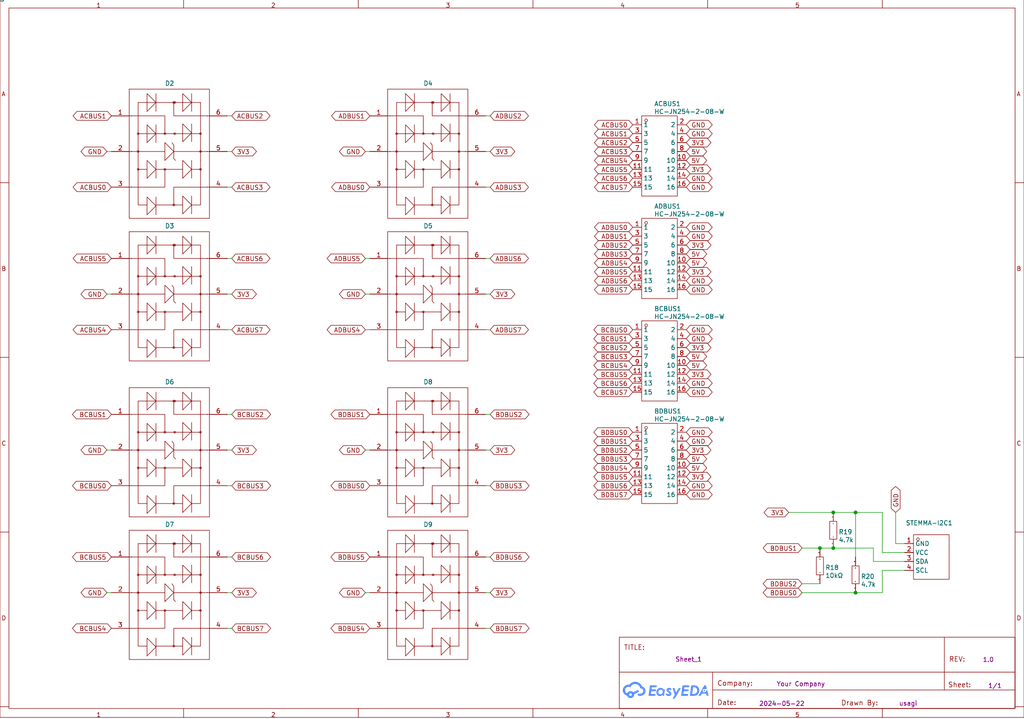
<source format=kicad_sch>
(kicad_sch (version 20231120) (generator "eeschema") (generator_version "8.0")
  (paper "User" 291.846 204.953)
  (lib_symbols
    (symbol "X1 Expande-easyedapro:10kΩ"
      (property "Reference" "R?" (at 0 0 0))
      (symbol "10kΩ_1_0"
        (pin input line (at -5.08 0 0) (length 2.54) (name "1") (number "1"))
        (pin input line (at 5.08 0 180) (length 2.54) (name "2") (number "2"))
      )
    )
    (symbol "X1 Expande-easyedapro:4.7k"
      (property "Reference" "R?" (at 0 0 0))
      (symbol "4.7k_1_0"
        (pin input line (at -5.08 0 0) (length 2.54) (name "1") (number "1"))
        (pin input line (at 5.08 0 180) (length 2.54) (name "2") (number "2"))
      )
    )
    (symbol "X1 Expande-easyedapro:A_A4"
      (symbol "A_A4_1_0"
        (text "1" (at 27.432 -204.6732 0) (effects (font (size 1.2192 1.2192)) (justify left bottom)))
        (text "1" (at 27.432 -2.4892 0) (effects (font (size 1.2192 1.2192)) (justify left bottom)))
        (text "2" (at 77.216 -204.6732 0) (effects (font (size 1.2192 1.2192)) (justify left bottom)))
        (text "2" (at 77.216 -2.4892 0) (effects (font (size 1.2192 1.2192)) (justify left bottom)))
        (text "3" (at 127 -204.6732 0) (effects (font (size 1.2192 1.2192)) (justify left bottom)))
        (text "3" (at 127 -2.4892 0) (effects (font (size 1.2192 1.2192)) (justify left bottom)))
        (text "4" (at 176.784 -204.6732 0) (effects (font (size 1.2192 1.2192)) (justify left bottom)))
        (text "4" (at 176.784 -2.4892 0) (effects (font (size 1.2192 1.2192)) (justify left bottom)))
        (text "5" (at 226.568 -204.6732 0) (effects (font (size 1.2192 1.2192)) (justify left bottom)))
        (text "5" (at 226.568 -2.4892 0) (effects (font (size 1.2192 1.2192)) (justify left bottom)))
        (text "A" (at 0.381 -27.7622 0) (effects (font (size 1.2192 1.2192)) (justify left bottom)))
        (text "A" (at 289.687 -27.7622 0) (effects (font (size 1.2192 1.2192)) (justify left bottom)))
        (text "B" (at 0.381 -77.5462 0) (effects (font (size 1.2192 1.2192)) (justify left bottom)))
        (text "B" (at 289.687 -77.5462 0) (effects (font (size 1.2192 1.2192)) (justify left bottom)))
        (text "C" (at 0.381 -127.3302 0) (effects (font (size 1.2192 1.2192)) (justify left bottom)))
        (text "C" (at 289.687 -127.3302 0) (effects (font (size 1.2192 1.2192)) (justify left bottom)))
        (text "Company:" (at 204.3684 -195.7832 0) (effects (font (size 1.397 1.397)) (justify left bottom)))
        (text "D" (at 0.381 -177.1142 0) (effects (font (size 1.2192 1.2192)) (justify left bottom)))
        (text "D" (at 289.687 -177.1142 0) (effects (font (size 1.2192 1.2192)) (justify left bottom)))
        (text "Date:" (at 204.3684 -201.295 0) (effects (font (size 1.397 1.397)) (justify left bottom)))
        (text "Drawn By:" (at 239.6744 -201.3712 0) (effects (font (size 1.397 1.397)) (justify left bottom)))
        (text "REV:" (at 270.4084 -188.9252 0) (effects (font (size 1.397 1.397)) (justify left bottom)))
        (text "Sheet:" (at 270.1544 -196.215 0) (effects (font (size 1.397 1.397)) (justify left bottom)))
        (text "TITLE:" (at 177.7746 -185.547 0) (effects (font (size 1.397 1.397)) (justify left bottom)))
      )
    )
    (symbol "X1 Expande-easyedapro:HC-JN254-2-08-W"
      (property "Reference" "ACBUS?" (at 0 0 0))
      (symbol "HC-JN254-2-08-W_1_0"
        (pin unspecified line (at -7.62 8.89 0) (length 2.54) (name "1") (number "1"))
        (pin unspecified line (at 7.62 -1.27 180) (length 2.54) (name "10") (number "10"))
        (pin unspecified line (at -7.62 -3.81 0) (length 2.54) (name "11") (number "11"))
        (pin unspecified line (at 7.62 -3.81 180) (length 2.54) (name "12") (number "12"))
        (pin unspecified line (at -7.62 -6.35 0) (length 2.54) (name "13") (number "13"))
        (pin unspecified line (at 7.62 -6.35 180) (length 2.54) (name "14") (number "14"))
        (pin unspecified line (at -7.62 -8.89 0) (length 2.54) (name "15") (number "15"))
        (pin unspecified line (at 7.62 -8.89 180) (length 2.54) (name "16") (number "16"))
        (pin unspecified line (at 7.62 8.89 180) (length 2.54) (name "2") (number "2"))
        (pin unspecified line (at -7.62 6.35 0) (length 2.54) (name "3") (number "3"))
        (pin unspecified line (at 7.62 6.35 180) (length 2.54) (name "4") (number "4"))
        (pin unspecified line (at -7.62 3.81 0) (length 2.54) (name "5") (number "5"))
        (pin unspecified line (at 7.62 3.81 180) (length 2.54) (name "6") (number "6"))
        (pin unspecified line (at -7.62 1.27 0) (length 2.54) (name "7") (number "7"))
        (pin unspecified line (at 7.62 1.27 180) (length 2.54) (name "8") (number "8"))
        (pin unspecified line (at -7.62 -1.27 0) (length 2.54) (name "9") (number "9"))
      )
    )
    (symbol "X1 Expande-easyedapro:S4B-PH-KL(LF)(SN)"
      (property "Reference" "STEMMA-I?C?" (at 0 0 0))
      (symbol "S4B-PH-KL(LF)(SN)_1_0"
        (pin unspecified line (at -5.08 2.54 0) (length 2.54) (name "GND") (number "1"))
        (pin unspecified line (at -5.08 0 0) (length 2.54) (name "VCC") (number "2"))
        (pin unspecified line (at -5.08 -2.54 0) (length 2.54) (name "SDA") (number "3"))
        (pin unspecified line (at -5.08 -5.08 0) (length 2.54) (name "SCL") (number "4"))
      )
    )
    (symbol "X1 Expande-easyedapro:SRV05-4.TCT_C2687126"
      (property "Reference" "D?" (at 0 0 0))
      (symbol "SRV05-4.TCT_C2687126_1_0"
        (pin input line (at -10.16 -16.51 90) (length 5.08) (name "1") (number "1"))
        (pin input line (at 0 -16.51 90) (length 5.08) (name "2") (number "2"))
        (pin input line (at 10.16 -16.51 90) (length 5.08) (name "3") (number "3"))
        (pin input line (at 10.16 16.51 270) (length 5.08) (name "4") (number "4"))
        (pin input line (at 0 16.51 270) (length 5.08) (name "5") (number "5"))
        (pin input line (at -10.16 16.51 270) (length 5.08) (name "6") (number "6"))
      )
    )
  )
  (junction (at 243.84 168.91))
  (junction (at 237.49 146.05))
  (junction (at 237.49 156.21))
  (junction (at 243.84 146.05))
  (junction (at 233.68 156.21))
  (wire (pts (xy 66.04 33.02) (xy 64.77 33.02)))
  (wire (pts (xy 66.04 138.43) (xy 64.77 138.43)))
  (wire (pts (xy 30.48 83.82) (xy 31.75 83.82)))
  (wire (pts (xy 104.14 83.82) (xy 105.41 83.82)))
  (wire (pts (xy 251.46 157.48) (xy 251.46 146.05)))
  (wire (pts (xy 251.46 168.91) (xy 243.84 168.91)))
  (wire (pts (xy 104.14 43.18) (xy 105.41 43.18)))
  (wire (pts (xy 104.14 73.66) (xy 105.41 73.66)))
  (wire (pts (xy 66.04 128.27) (xy 64.77 128.27)))
  (wire (pts (xy 251.46 162.56) (xy 251.46 168.91)))
  (wire (pts (xy 224.79 146.05) (xy 237.49 146.05)))
  (wire (pts (xy 66.04 118.11) (xy 64.77 118.11)))
  (wire (pts (xy 66.04 83.82) (xy 64.77 83.82)))
  (wire (pts (xy 66.04 53.34) (xy 64.77 53.34)))
  (wire (pts (xy 243.84 146.05) (xy 243.84 158.75)))
  (wire (pts (xy 139.7 53.34) (xy 138.43 53.34)))
  (wire (pts (xy 104.14 93.98) (xy 105.41 93.98)))
  (wire (pts (xy 30.48 43.18) (xy 31.75 43.18)))
  (wire (pts (xy 257.81 154.94) (xy 255.27 154.94)))
  (wire (pts (xy 30.48 128.27) (xy 31.75 128.27)))
  (wire (pts (xy 139.7 33.02) (xy 138.43 33.02)))
  (wire (pts (xy 139.7 43.18) (xy 138.43 43.18)))
  (wire (pts (xy 139.7 93.98) (xy 138.43 93.98)))
  (wire (pts (xy 139.7 118.11) (xy 138.43 118.11)))
  (wire (pts (xy 139.7 138.43) (xy 138.43 138.43)))
  (wire (pts (xy 139.7 179.07) (xy 138.43 179.07)))
  (wire (pts (xy 66.04 73.66) (xy 64.77 73.66)))
  (wire (pts (xy 237.49 156.21) (xy 233.68 156.21)))
  (wire (pts (xy 66.04 93.98) (xy 64.77 93.98)))
  (wire (pts (xy 228.6 166.37) (xy 233.68 166.37)))
  (wire (pts (xy 66.04 43.18) (xy 64.77 43.18)))
  (wire (pts (xy 66.04 179.07) (xy 64.77 179.07)))
  (wire (pts (xy 104.14 128.27) (xy 105.41 128.27)))
  (wire (pts (xy 248.92 156.21) (xy 237.49 156.21)))
  (wire (pts (xy 104.14 168.91) (xy 105.41 168.91)))
  (wire (pts (xy 257.81 160.02) (xy 248.92 160.02)))
  (wire (pts (xy 257.81 157.48) (xy 251.46 157.48)))
  (wire (pts (xy 30.48 168.91) (xy 31.75 168.91)))
  (wire (pts (xy 139.7 128.27) (xy 138.43 128.27)))
  (wire (pts (xy 66.04 168.91) (xy 64.77 168.91)))
  (wire (pts (xy 139.7 73.66) (xy 138.43 73.66)))
  (wire (pts (xy 257.81 162.56) (xy 251.46 162.56)))
  (wire (pts (xy 139.7 158.75) (xy 138.43 158.75)))
  (wire (pts (xy 66.04 158.75) (xy 64.77 158.75)))
  (wire (pts (xy 251.46 146.05) (xy 243.84 146.05)))
  (wire (pts (xy 139.7 168.91) (xy 138.43 168.91)))
  (wire (pts (xy 255.27 154.94) (xy 255.27 146.05)))
  (wire (pts (xy 233.68 156.21) (xy 228.6 156.21)))
  (wire (pts (xy 243.84 168.91) (xy 228.6 168.91)))
  (wire (pts (xy 248.92 160.02) (xy 248.92 156.21)))
  (wire (pts (xy 139.7 83.82) (xy 138.43 83.82)))
  (wire (pts (xy 237.49 146.05) (xy 243.84 146.05)))
  (global_label "ADBUS1" (shape bidirectional) (at 105.41 33.02 180) (property "Intersheetrefs" "${INTERSHEET_REFS}" (effects (hide yes))))
  (global_label "GND" (shape bidirectional) (at 195.58 53.34 0) (property "Intersheetrefs" "${INTERSHEET_REFS}" (effects (hide yes))))
  (global_label "GND" (shape bidirectional) (at 195.58 93.98 0) (property "Intersheetrefs" "${INTERSHEET_REFS}" (effects (hide yes))))
  (global_label "ADBUS3" (shape bidirectional) (at 139.7 53.34 0) (property "Intersheetrefs" "${INTERSHEET_REFS}" (effects (hide yes))))
  (global_label "GND" (shape bidirectional) (at 30.48 168.91 180) (property "Intersheetrefs" "${INTERSHEET_REFS}" (effects (hide yes))))
  (global_label "BCBUS1" (shape bidirectional) (at 31.75 118.11 180) (property "Intersheetrefs" "${INTERSHEET_REFS}" (effects (hide yes))))
  (global_label "3V3" (shape bidirectional) (at 139.7 128.27 0) (property "Intersheetrefs" "${INTERSHEET_REFS}" (effects (hide yes))))
  (global_label "BDBUS1" (shape bidirectional) (at 180.34 125.73 180) (property "Intersheetrefs" "${INTERSHEET_REFS}" (effects (hide yes))))
  (global_label "BCBUS6" (shape bidirectional) (at 66.04 158.75 0) (property "Intersheetrefs" "${INTERSHEET_REFS}" (effects (hide yes))))
  (global_label "ADBUS5" (shape bidirectional) (at 180.34 77.47 180) (property "Intersheetrefs" "${INTERSHEET_REFS}" (effects (hide yes))))
  (global_label "ACBUS3" (shape bidirectional) (at 180.34 43.18 180) (property "Intersheetrefs" "${INTERSHEET_REFS}" (effects (hide yes))))
  (global_label "BDBUS0" (shape bidirectional) (at 180.34 123.19 180) (property "Intersheetrefs" "${INTERSHEET_REFS}" (effects (hide yes))))
  (global_label "5V" (shape bidirectional) (at 195.58 130.81 0) (property "Intersheetrefs" "${INTERSHEET_REFS}" (effects (hide yes))))
  (global_label "BCBUS3" (shape bidirectional) (at 66.04 138.43 0) (property "Intersheetrefs" "${INTERSHEET_REFS}" (effects (hide yes))))
  (global_label "ADBUS6" (shape bidirectional) (at 180.34 80.01 180) (property "Intersheetrefs" "${INTERSHEET_REFS}" (effects (hide yes))))
  (global_label "GND" (shape bidirectional) (at 30.48 43.18 180) (property "Intersheetrefs" "${INTERSHEET_REFS}" (effects (hide yes))))
  (global_label "ACBUS3" (shape bidirectional) (at 66.04 53.34 0) (property "Intersheetrefs" "${INTERSHEET_REFS}" (effects (hide yes))))
  (global_label "BDBUS2" (shape bidirectional) (at 228.6 166.37 180) (property "Intersheetrefs" "${INTERSHEET_REFS}" (effects (hide yes))))
  (global_label "BDBUS2" (shape bidirectional) (at 139.7 118.11 0) (property "Intersheetrefs" "${INTERSHEET_REFS}" (effects (hide yes))))
  (global_label "BDBUS5" (shape bidirectional) (at 105.41 158.75 180) (property "Intersheetrefs" "${INTERSHEET_REFS}" (effects (hide yes))))
  (global_label "3V3" (shape bidirectional) (at 195.58 48.26 0) (property "Intersheetrefs" "${INTERSHEET_REFS}" (effects (hide yes))))
  (global_label "ACBUS2" (shape bidirectional) (at 180.34 40.64 180) (property "Intersheetrefs" "${INTERSHEET_REFS}" (effects (hide yes))))
  (global_label "GND" (shape bidirectional) (at 195.58 67.31 0) (property "Intersheetrefs" "${INTERSHEET_REFS}" (effects (hide yes))))
  (global_label "BDBUS4" (shape bidirectional) (at 180.34 133.35 180) (property "Intersheetrefs" "${INTERSHEET_REFS}" (effects (hide yes))))
  (global_label "GND" (shape bidirectional) (at 195.58 96.52 0) (property "Intersheetrefs" "${INTERSHEET_REFS}" (effects (hide yes))))
  (global_label "BDBUS2" (shape bidirectional) (at 180.34 128.27 180) (property "Intersheetrefs" "${INTERSHEET_REFS}" (effects (hide yes))))
  (global_label "ADBUS5" (shape bidirectional) (at 104.14 73.66 180) (property "Intersheetrefs" "${INTERSHEET_REFS}" (effects (hide yes))))
  (global_label "BCBUS0" (shape bidirectional) (at 31.75 138.43 180) (property "Intersheetrefs" "${INTERSHEET_REFS}" (effects (hide yes))))
  (global_label "GND" (shape bidirectional) (at 195.58 35.56 0) (property "Intersheetrefs" "${INTERSHEET_REFS}" (effects (hide yes))))
  (global_label "3V3" (shape bidirectional) (at 195.58 40.64 0) (property "Intersheetrefs" "${INTERSHEET_REFS}" (effects (hide yes))))
  (global_label "GND" (shape bidirectional) (at 195.58 109.22 0) (property "Intersheetrefs" "${INTERSHEET_REFS}" (effects (hide yes))))
  (global_label "5V" (shape bidirectional) (at 195.58 74.93 0) (property "Intersheetrefs" "${INTERSHEET_REFS}" (effects (hide yes))))
  (global_label "3V3" (shape bidirectional) (at 195.58 77.47 0) (property "Intersheetrefs" "${INTERSHEET_REFS}" (effects (hide yes))))
  (global_label "BDBUS7" (shape bidirectional) (at 180.34 140.97 180) (property "Intersheetrefs" "${INTERSHEET_REFS}" (effects (hide yes))))
  (global_label "ADBUS0" (shape bidirectional) (at 180.34 64.77 180) (property "Intersheetrefs" "${INTERSHEET_REFS}" (effects (hide yes))))
  (global_label "GND" (shape bidirectional) (at 255.27 146.05 90) (property "Intersheetrefs" "${INTERSHEET_REFS}" (effects (hide yes))))
  (global_label "BDBUS6" (shape bidirectional) (at 139.7 158.75 0) (property "Intersheetrefs" "${INTERSHEET_REFS}" (effects (hide yes))))
  (global_label "5V" (shape bidirectional) (at 195.58 43.18 0) (property "Intersheetrefs" "${INTERSHEET_REFS}" (effects (hide yes))))
  (global_label "ADBUS1" (shape bidirectional) (at 180.34 67.31 180) (property "Intersheetrefs" "${INTERSHEET_REFS}" (effects (hide yes))))
  (global_label "ACBUS0" (shape bidirectional) (at 31.75 53.34 180) (property "Intersheetrefs" "${INTERSHEET_REFS}" (effects (hide yes))))
  (global_label "GND" (shape bidirectional) (at 195.58 111.76 0) (property "Intersheetrefs" "${INTERSHEET_REFS}" (effects (hide yes))))
  (global_label "BDBUS5" (shape bidirectional) (at 180.34 135.89 180) (property "Intersheetrefs" "${INTERSHEET_REFS}" (effects (hide yes))))
  (global_label "ACBUS7" (shape bidirectional) (at 66.04 93.98 0) (property "Intersheetrefs" "${INTERSHEET_REFS}" (effects (hide yes))))
  (global_label "BCBUS7" (shape bidirectional) (at 66.04 179.07 0) (property "Intersheetrefs" "${INTERSHEET_REFS}" (effects (hide yes))))
  (global_label "ACBUS0" (shape bidirectional) (at 180.34 35.56 180) (property "Intersheetrefs" "${INTERSHEET_REFS}" (effects (hide yes))))
  (global_label "GND" (shape bidirectional) (at 195.58 123.19 0) (property "Intersheetrefs" "${INTERSHEET_REFS}" (effects (hide yes))))
  (global_label "BCBUS5" (shape bidirectional) (at 31.75 158.75 180) (property "Intersheetrefs" "${INTERSHEET_REFS}" (effects (hide yes))))
  (global_label "BDBUS6" (shape bidirectional) (at 180.34 138.43 180) (property "Intersheetrefs" "${INTERSHEET_REFS}" (effects (hide yes))))
  (global_label "ACBUS6" (shape bidirectional) (at 180.34 50.8 180) (property "Intersheetrefs" "${INTERSHEET_REFS}" (effects (hide yes))))
  (global_label "GND" (shape bidirectional) (at 104.14 128.27 180) (property "Intersheetrefs" "${INTERSHEET_REFS}" (effects (hide yes))))
  (global_label "BCBUS0" (shape bidirectional) (at 180.34 93.98 180) (property "Intersheetrefs" "${INTERSHEET_REFS}" (effects (hide yes))))
  (global_label "GND" (shape bidirectional) (at 195.58 138.43 0) (property "Intersheetrefs" "${INTERSHEET_REFS}" (effects (hide yes))))
  (global_label "BCBUS2" (shape bidirectional) (at 180.34 99.06 180) (property "Intersheetrefs" "${INTERSHEET_REFS}" (effects (hide yes))))
  (global_label "GND" (shape bidirectional) (at 195.58 80.01 0) (property "Intersheetrefs" "${INTERSHEET_REFS}" (effects (hide yes))))
  (global_label "BDBUS1" (shape bidirectional) (at 105.41 118.11 180) (property "Intersheetrefs" "${INTERSHEET_REFS}" (effects (hide yes))))
  (global_label "GND" (shape bidirectional) (at 104.14 43.18 180) (property "Intersheetrefs" "${INTERSHEET_REFS}" (effects (hide yes))))
  (global_label "BCBUS7" (shape bidirectional) (at 180.34 111.76 180) (property "Intersheetrefs" "${INTERSHEET_REFS}" (effects (hide yes))))
  (global_label "ACBUS2" (shape bidirectional) (at 66.04 33.02 0) (property "Intersheetrefs" "${INTERSHEET_REFS}" (effects (hide yes))))
  (global_label "ADBUS3" (shape bidirectional) (at 180.34 72.39 180) (property "Intersheetrefs" "${INTERSHEET_REFS}" (effects (hide yes))))
  (global_label "GND" (shape bidirectional) (at 195.58 140.97 0) (property "Intersheetrefs" "${INTERSHEET_REFS}" (effects (hide yes))))
  (global_label "5V" (shape bidirectional) (at 195.58 104.14 0) (property "Intersheetrefs" "${INTERSHEET_REFS}" (effects (hide yes))))
  (global_label "ACBUS4" (shape bidirectional) (at 31.75 93.98 180) (property "Intersheetrefs" "${INTERSHEET_REFS}" (effects (hide yes))))
  (global_label "ADBUS4" (shape bidirectional) (at 180.34 74.93 180) (property "Intersheetrefs" "${INTERSHEET_REFS}" (effects (hide yes))))
  (global_label "BDBUS3" (shape bidirectional) (at 180.34 130.81 180) (property "Intersheetrefs" "${INTERSHEET_REFS}" (effects (hide yes))))
  (global_label "3V3" (shape bidirectional) (at 195.58 135.89 0) (property "Intersheetrefs" "${INTERSHEET_REFS}" (effects (hide yes))))
  (global_label "ACBUS5" (shape bidirectional) (at 180.34 48.26 180) (property "Intersheetrefs" "${INTERSHEET_REFS}" (effects (hide yes))))
  (global_label "ADBUS2" (shape bidirectional) (at 180.34 69.85 180) (property "Intersheetrefs" "${INTERSHEET_REFS}" (effects (hide yes))))
  (global_label "5V" (shape bidirectional) (at 195.58 101.6 0) (property "Intersheetrefs" "${INTERSHEET_REFS}" (effects (hide yes))))
  (global_label "GND" (shape bidirectional) (at 195.58 38.1 0) (property "Intersheetrefs" "${INTERSHEET_REFS}" (effects (hide yes))))
  (global_label "3V3" (shape bidirectional) (at 66.04 83.82 0) (property "Intersheetrefs" "${INTERSHEET_REFS}" (effects (hide yes))))
  (global_label "3V3" (shape bidirectional) (at 66.04 168.91 0) (property "Intersheetrefs" "${INTERSHEET_REFS}" (effects (hide yes))))
  (global_label "GND" (shape bidirectional) (at 30.48 83.82 180) (property "Intersheetrefs" "${INTERSHEET_REFS}" (effects (hide yes))))
  (global_label "5V" (shape bidirectional) (at 195.58 133.35 0) (property "Intersheetrefs" "${INTERSHEET_REFS}" (effects (hide yes))))
  (global_label "5V" (shape bidirectional) (at 195.58 72.39 0) (property "Intersheetrefs" "${INTERSHEET_REFS}" (effects (hide yes))))
  (global_label "3V3" (shape bidirectional) (at 195.58 106.68 0) (property "Intersheetrefs" "${INTERSHEET_REFS}" (effects (hide yes))))
  (global_label "BDBUS0" (shape bidirectional) (at 105.41 138.43 180) (property "Intersheetrefs" "${INTERSHEET_REFS}" (effects (hide yes))))
  (global_label "GND" (shape bidirectional) (at 30.48 128.27 180) (property "Intersheetrefs" "${INTERSHEET_REFS}" (effects (hide yes))))
  (global_label "BCBUS5" (shape bidirectional) (at 180.34 106.68 180) (property "Intersheetrefs" "${INTERSHEET_REFS}" (effects (hide yes))))
  (global_label "ACBUS4" (shape bidirectional) (at 180.34 45.72 180) (property "Intersheetrefs" "${INTERSHEET_REFS}" (effects (hide yes))))
  (global_label "GND" (shape bidirectional) (at 195.58 82.55 0) (property "Intersheetrefs" "${INTERSHEET_REFS}" (effects (hide yes))))
  (global_label "BDBUS4" (shape bidirectional) (at 105.41 179.07 180) (property "Intersheetrefs" "${INTERSHEET_REFS}" (effects (hide yes))))
  (global_label "BCBUS6" (shape bidirectional) (at 180.34 109.22 180) (property "Intersheetrefs" "${INTERSHEET_REFS}" (effects (hide yes))))
  (global_label "GND" (shape bidirectional) (at 195.58 64.77 0) (property "Intersheetrefs" "${INTERSHEET_REFS}" (effects (hide yes))))
  (global_label "BDBUS0" (shape bidirectional) (at 228.6 168.91 180) (property "Intersheetrefs" "${INTERSHEET_REFS}" (effects (hide yes))))
  (global_label "3V3" (shape bidirectional) (at 139.7 43.18 0) (property "Intersheetrefs" "${INTERSHEET_REFS}" (effects (hide yes))))
  (global_label "BCBUS4" (shape bidirectional) (at 31.75 179.07 180) (property "Intersheetrefs" "${INTERSHEET_REFS}" (effects (hide yes))))
  (global_label "ADBUS6" (shape bidirectional) (at 139.7 73.66 0) (property "Intersheetrefs" "${INTERSHEET_REFS}" (effects (hide yes))))
  (global_label "GND" (shape bidirectional) (at 195.58 125.73 0) (property "Intersheetrefs" "${INTERSHEET_REFS}" (effects (hide yes))))
  (global_label "ADBUS0" (shape bidirectional) (at 105.41 53.34 180) (property "Intersheetrefs" "${INTERSHEET_REFS}" (effects (hide yes))))
  (global_label "BCBUS4" (shape bidirectional) (at 180.34 104.14 180) (property "Intersheetrefs" "${INTERSHEET_REFS}" (effects (hide yes))))
  (global_label "GND" (shape bidirectional) (at 195.58 50.8 0) (property "Intersheetrefs" "${INTERSHEET_REFS}" (effects (hide yes))))
  (global_label "BDBUS7" (shape bidirectional) (at 139.7 179.07 0) (property "Intersheetrefs" "${INTERSHEET_REFS}" (effects (hide yes))))
  (global_label "ACBUS5" (shape bidirectional) (at 31.75 73.66 180) (property "Intersheetrefs" "${INTERSHEET_REFS}" (effects (hide yes))))
  (global_label "3V3" (shape bidirectional) (at 139.7 168.91 0) (property "Intersheetrefs" "${INTERSHEET_REFS}" (effects (hide yes))))
  (global_label "3V3" (shape bidirectional) (at 66.04 128.27 0) (property "Intersheetrefs" "${INTERSHEET_REFS}" (effects (hide yes))))
  (global_label "BCBUS1" (shape bidirectional) (at 180.34 96.52 180) (property "Intersheetrefs" "${INTERSHEET_REFS}" (effects (hide yes))))
  (global_label "3V3" (shape bidirectional) (at 195.58 99.06 0) (property "Intersheetrefs" "${INTERSHEET_REFS}" (effects (hide yes))))
  (global_label "5V" (shape bidirectional) (at 195.58 45.72 0) (property "Intersheetrefs" "${INTERSHEET_REFS}" (effects (hide yes))))
  (global_label "ACBUS7" (shape bidirectional) (at 180.34 53.34 180) (property "Intersheetrefs" "${INTERSHEET_REFS}" (effects (hide yes))))
  (global_label "3V3" (shape bidirectional) (at 224.79 146.05 180) (property "Intersheetrefs" "${INTERSHEET_REFS}" (effects (hide yes))))
  (global_label "BDBUS1" (shape bidirectional) (at 228.6 156.21 180) (property "Intersheetrefs" "${INTERSHEET_REFS}" (effects (hide yes))))
  (global_label "ACBUS1" (shape bidirectional) (at 31.75 33.02 180) (property "Intersheetrefs" "${INTERSHEET_REFS}" (effects (hide yes))))
  (global_label "BCBUS2" (shape bidirectional) (at 66.04 118.11 0) (property "Intersheetrefs" "${INTERSHEET_REFS}" (effects (hide yes))))
  (global_label "ACBUS6" (shape bidirectional) (at 66.04 73.66 0) (property "Intersheetrefs" "${INTERSHEET_REFS}" (effects (hide yes))))
  (global_label "BCBUS3" (shape bidirectional) (at 180.34 101.6 180) (property "Intersheetrefs" "${INTERSHEET_REFS}" (effects (hide yes))))
  (global_label "ADBUS4" (shape bidirectional) (at 104.14 93.98 180) (property "Intersheetrefs" "${INTERSHEET_REFS}" (effects (hide yes))))
  (global_label "3V3" (shape bidirectional) (at 139.7 83.82 0) (property "Intersheetrefs" "${INTERSHEET_REFS}" (effects (hide yes))))
  (global_label "GND" (shape bidirectional) (at 104.14 83.82 180) (property "Intersheetrefs" "${INTERSHEET_REFS}" (effects (hide yes))))
  (global_label "BDBUS3" (shape bidirectional) (at 139.7 138.43 0) (property "Intersheetrefs" "${INTERSHEET_REFS}" (effects (hide yes))))
  (global_label "ADBUS7" (shape bidirectional) (at 180.34 82.55 180) (property "Intersheetrefs" "${INTERSHEET_REFS}" (effects (hide yes))))
  (global_label "ADBUS7" (shape bidirectional) (at 139.7 93.98 0) (property "Intersheetrefs" "${INTERSHEET_REFS}" (effects (hide yes))))
  (global_label "ADBUS2" (shape bidirectional) (at 139.7 33.02 0) (property "Intersheetrefs" "${INTERSHEET_REFS}" (effects (hide yes))))
  (global_label "ACBUS1" (shape bidirectional) (at 180.34 38.1 180) (property "Intersheetrefs" "${INTERSHEET_REFS}" (effects (hide yes))))
  (global_label "GND" (shape bidirectional) (at 104.14 168.91 180) (property "Intersheetrefs" "${INTERSHEET_REFS}" (effects (hide yes))))
  (global_label "3V3" (shape bidirectional) (at 66.04 43.18 0) (property "Intersheetrefs" "${INTERSHEET_REFS}" (effects (hide yes))))
  (global_label "3V3" (shape bidirectional) (at 195.58 69.85 0) (property "Intersheetrefs" "${INTERSHEET_REFS}" (effects (hide yes))))
  (global_label "3V3" (shape bidirectional) (at 195.58 128.27 0) (property "Intersheetrefs" "${INTERSHEET_REFS}" (effects (hide yes))))
  (symbol (lib_id "X1 Expande-easyedapro:HC-JN254-2-08-W") (at 187.96 132.08 0) (unit 1)
    (property "Reference" "BDBUS1" (at 186.436 117.9322 0) (effects (justify left bottom)))
    (property "Value" "HC-JN254-2-08-W" (at 186.436 120.1674 0) (effects (justify left bottom)))
    (property "Footprint" "X1 Expande-easyedapro:HDR-TH_16P-P2.54-H-F-R2-C8-W9.0" (effects (hide yes)))
    (property "Add into BOM" "yes" (effects (hide yes)))
    (property "Convert to PCB" "yes" (effects (hide yes)))
    (property "JLCPCB Part Class" "Extended Part" (effects (hide yes)))
    (property "Manufacturer" "HCTL(华灿天禄)" (effects (hide yes)))
    (property "Manufacturer Part" "HC-JN254-2-08-W" (effects (hide yes)))
    (property "Origin Footprint" "HDR-TH_16P-P2.54-H-F-R2-C8-W9.0" (effects (hide yes)))
    (property "Supplier" "LCSC" (effects (hide yes)))
    (property "Supplier Part" "C5372877" (effects (hide yes)))
  )
  (symbol (lib_id "X1 Expande-easyedapro:SRV05-4.TCT_C2687126") (at 48.26 83.82 270) (unit 1)
    (property "Reference" "D3" (at 46.99 65.1256 90) (effects (justify left bottom)))
    (property "Value" "SRV05-4.TCT_C2687126" (effects (hide yes)))
    (property "Footprint" "X1 Expande-easyedapro:SOT-23-6_L2.9-W1.6-P0.95-LS2.8-BL" (effects (hide yes)))
    (property "Add into BOM" "yes" (effects (hide yes)))
    (property "Convert to PCB" "yes" (effects (hide yes)))
    (property "JLCPCB Part Class" "Extended Part" (effects (hide yes)))
    (property "Manufacturer" "UMW(友台半导体)" (effects (hide yes)))
    (property "Manufacturer Part" "SRV05-4.TCT" (effects (hide yes)))
    (property "Origin Footprint" "SOT-23-6_L2.9-W1.6-P0.95-LS2.8-BL" (effects (hide yes)))
    (property "Supplier" "LCSC" (effects (hide yes)))
    (property "Supplier Part" "C2687126" (effects (hide yes)))
  )
  (symbol (lib_id "X1 Expande-easyedapro:A_A4") (at 0 -0.254 0) (unit 1) (in_bom no) (on_board no)
    (property "Reference" "P3" (at 0 -0.254 0))
    (property "Value" "A_A4" (effects (hide yes)))
    (property "Footprint" "X1 Expande-easyedapro:" (effects (hide yes)))
    (property "@Project Name" "Sheet_1" (at 192.4304 188.6204 0) (effects (justify left bottom)))
    (property "Add into BOM" "yes" (effects (hide yes)))
    (property "Company" "Your Company" (at 221.2848 195.6308 0) (effects (justify left bottom)))
    (property "Convert to PCB" "yes" (effects (hide yes)))
    (property "Date" "2024-05-22" (at 216.3064 201.2442 0) (effects (justify left bottom)))
    (property "Draw By" "usagi" (at 256.1844 201.168 0) (effects (justify left bottom)))
    (property "REV" "1.0" (at 280.0604 188.722 0) (effects (justify left bottom)))
    (property "Sheet" "1/1" (at 281.5844 196.1642 0) (effects (justify left bottom)))
  )
  (symbol (lib_id "X1 Expande-easyedapro:HC-JN254-2-08-W") (at 187.96 73.66 0) (unit 1)
    (property "Reference" "ADBUS1" (at 186.436 59.5122 0) (effects (justify left bottom)))
    (property "Value" "HC-JN254-2-08-W" (at 186.436 61.7474 0) (effects (justify left bottom)))
    (property "Footprint" "X1 Expande-easyedapro:HDR-TH_16P-P2.54-H-F-R2-C8-W9.0" (effects (hide yes)))
    (property "Add into BOM" "yes" (effects (hide yes)))
    (property "Convert to PCB" "yes" (effects (hide yes)))
    (property "JLCPCB Part Class" "Extended Part" (effects (hide yes)))
    (property "Manufacturer" "HCTL(华灿天禄)" (effects (hide yes)))
    (property "Manufacturer Part" "HC-JN254-2-08-W" (effects (hide yes)))
    (property "Origin Footprint" "HDR-TH_16P-P2.54-H-F-R2-C8-W9.0" (effects (hide yes)))
    (property "Supplier" "LCSC" (effects (hide yes)))
    (property "Supplier Part" "C5372877" (effects (hide yes)))
  )
  (symbol (lib_id "X1 Expande-easyedapro:SRV05-4.TCT_C2687126") (at 121.92 83.82 270) (unit 1)
    (property "Reference" "D5" (at 120.65 65.1256 90) (effects (justify left bottom)))
    (property "Value" "SRV05-4.TCT_C2687126" (effects (hide yes)))
    (property "Footprint" "X1 Expande-easyedapro:SOT-23-6_L2.9-W1.6-P0.95-LS2.8-BL" (effects (hide yes)))
    (property "Add into BOM" "yes" (effects (hide yes)))
    (property "Convert to PCB" "yes" (effects (hide yes)))
    (property "JLCPCB Part Class" "Extended Part" (effects (hide yes)))
    (property "Manufacturer" "UMW(友台半导体)" (effects (hide yes)))
    (property "Manufacturer Part" "SRV05-4.TCT" (effects (hide yes)))
    (property "Origin Footprint" "SOT-23-6_L2.9-W1.6-P0.95-LS2.8-BL" (effects (hide yes)))
    (property "Supplier" "LCSC" (effects (hide yes)))
    (property "Supplier Part" "C2687126" (effects (hide yes)))
  )
  (symbol (lib_id "X1 Expande-easyedapro:HC-JN254-2-08-W") (at 187.96 102.87 0) (unit 1)
    (property "Reference" "BCBUS1" (at 186.436 88.7222 0) (effects (justify left bottom)))
    (property "Value" "HC-JN254-2-08-W" (at 186.436 90.9574 0) (effects (justify left bottom)))
    (property "Footprint" "X1 Expande-easyedapro:HDR-TH_16P-P2.54-H-F-R2-C8-W9.0" (effects (hide yes)))
    (property "Add into BOM" "yes" (effects (hide yes)))
    (property "Convert to PCB" "yes" (effects (hide yes)))
    (property "JLCPCB Part Class" "Extended Part" (effects (hide yes)))
    (property "Manufacturer" "HCTL(华灿天禄)" (effects (hide yes)))
    (property "Manufacturer Part" "HC-JN254-2-08-W" (effects (hide yes)))
    (property "Origin Footprint" "HDR-TH_16P-P2.54-H-F-R2-C8-W9.0" (effects (hide yes)))
    (property "Supplier" "LCSC" (effects (hide yes)))
    (property "Supplier Part" "C5372877" (effects (hide yes)))
  )
  (symbol (lib_id "X1 Expande-easyedapro:SRV05-4.TCT_C2687126") (at 48.26 128.27 270) (unit 1)
    (property "Reference" "D6" (at 46.99 109.5756 90) (effects (justify left bottom)))
    (property "Value" "SRV05-4.TCT_C2687126" (effects (hide yes)))
    (property "Footprint" "X1 Expande-easyedapro:SOT-23-6_L2.9-W1.6-P0.95-LS2.8-BL" (effects (hide yes)))
    (property "Add into BOM" "yes" (effects (hide yes)))
    (property "Convert to PCB" "yes" (effects (hide yes)))
    (property "JLCPCB Part Class" "Extended Part" (effects (hide yes)))
    (property "Manufacturer" "UMW(友台半导体)" (effects (hide yes)))
    (property "Manufacturer Part" "SRV05-4.TCT" (effects (hide yes)))
    (property "Origin Footprint" "SOT-23-6_L2.9-W1.6-P0.95-LS2.8-BL" (effects (hide yes)))
    (property "Supplier" "LCSC" (effects (hide yes)))
    (property "Supplier Part" "C2687126" (effects (hide yes)))
  )
  (symbol (lib_id "X1 Expande-easyedapro:SRV05-4.TCT_C2687126") (at 121.92 128.27 270) (unit 1)
    (property "Reference" "D8" (at 120.65 109.5756 90) (effects (justify left bottom)))
    (property "Value" "SRV05-4.TCT_C2687126" (effects (hide yes)))
    (property "Footprint" "X1 Expande-easyedapro:SOT-23-6_L2.9-W1.6-P0.95-LS2.8-BL" (effects (hide yes)))
    (property "Add into BOM" "yes" (effects (hide yes)))
    (property "Convert to PCB" "yes" (effects (hide yes)))
    (property "JLCPCB Part Class" "Extended Part" (effects (hide yes)))
    (property "Manufacturer" "UMW(友台半导体)" (effects (hide yes)))
    (property "Manufacturer Part" "SRV05-4.TCT" (effects (hide yes)))
    (property "Origin Footprint" "SOT-23-6_L2.9-W1.6-P0.95-LS2.8-BL" (effects (hide yes)))
    (property "Supplier" "LCSC" (effects (hide yes)))
    (property "Supplier Part" "C2687126" (effects (hide yes)))
  )
  (symbol (lib_id "X1 Expande-easyedapro:SRV05-4.TCT_C2687126") (at 48.26 168.91 270) (unit 1)
    (property "Reference" "D7" (at 46.99 150.2156 90) (effects (justify left bottom)))
    (property "Value" "SRV05-4.TCT_C2687126" (effects (hide yes)))
    (property "Footprint" "X1 Expande-easyedapro:SOT-23-6_L2.9-W1.6-P0.95-LS2.8-BL" (effects (hide yes)))
    (property "Add into BOM" "yes" (effects (hide yes)))
    (property "Convert to PCB" "yes" (effects (hide yes)))
    (property "JLCPCB Part Class" "Extended Part" (effects (hide yes)))
    (property "Manufacturer" "UMW(友台半导体)" (effects (hide yes)))
    (property "Manufacturer Part" "SRV05-4.TCT" (effects (hide yes)))
    (property "Origin Footprint" "SOT-23-6_L2.9-W1.6-P0.95-LS2.8-BL" (effects (hide yes)))
    (property "Supplier" "LCSC" (effects (hide yes)))
    (property "Supplier Part" "C2687126" (effects (hide yes)))
  )
  (symbol (lib_id "X1 Expande-easyedapro:SRV05-4.TCT_C2687126") (at 121.92 168.91 270) (unit 1)
    (property "Reference" "D9" (at 120.65 150.2156 90) (effects (justify left bottom)))
    (property "Value" "SRV05-4.TCT_C2687126" (effects (hide yes)))
    (property "Footprint" "X1 Expande-easyedapro:SOT-23-6_L2.9-W1.6-P0.95-LS2.8-BL" (effects (hide yes)))
    (property "Add into BOM" "yes" (effects (hide yes)))
    (property "Convert to PCB" "yes" (effects (hide yes)))
    (property "JLCPCB Part Class" "Extended Part" (effects (hide yes)))
    (property "Manufacturer" "UMW(友台半导体)" (effects (hide yes)))
    (property "Manufacturer Part" "SRV05-4.TCT" (effects (hide yes)))
    (property "Origin Footprint" "SOT-23-6_L2.9-W1.6-P0.95-LS2.8-BL" (effects (hide yes)))
    (property "Supplier" "LCSC" (effects (hide yes)))
    (property "Supplier Part" "C2687126" (effects (hide yes)))
  )
  (symbol (lib_id "X1 Expande-easyedapro:SRV05-4.TCT_C2687126") (at 121.92 43.18 270) (unit 1)
    (property "Reference" "D4" (at 120.65 24.4856 90) (effects (justify left bottom)))
    (property "Value" "SRV05-4.TCT_C2687126" (effects (hide yes)))
    (property "Footprint" "X1 Expande-easyedapro:SOT-23-6_L2.9-W1.6-P0.95-LS2.8-BL" (effects (hide yes)))
    (property "Add into BOM" "yes" (effects (hide yes)))
    (property "Convert to PCB" "yes" (effects (hide yes)))
    (property "JLCPCB Part Class" "Extended Part" (effects (hide yes)))
    (property "Manufacturer" "UMW(友台半导体)" (effects (hide yes)))
    (property "Manufacturer Part" "SRV05-4.TCT" (effects (hide yes)))
    (property "Origin Footprint" "SOT-23-6_L2.9-W1.6-P0.95-LS2.8-BL" (effects (hide yes)))
    (property "Supplier" "LCSC" (effects (hide yes)))
    (property "Supplier Part" "C2687126" (effects (hide yes)))
  )
  (symbol (lib_id "X1 Expande-easyedapro:S4B-PH-KL(LF)(SN)") (at 262.89 157.48 0) (unit 1)
    (property "Reference" "STEMMA-I2C1" (at 258.1148 149.7838 0) (effects (justify left bottom)))
    (property "Value" "S4B-PH-KL(LF)(SN)" (effects (hide yes)))
    (property "Footprint" "X1 Expande-easyedapro:CONN-TH_S4B-PH-KL-LF-SN" (effects (hide yes)))
    (property "Add into BOM" "yes" (effects (hide yes)))
    (property "Convert to PCB" "yes" (effects (hide yes)))
    (property "JLCPCB Part Class" "Extended Part" (effects (hide yes)))
    (property "Manufacturer" "JST" (effects (hide yes)))
    (property "Manufacturer Part" "S4B-PH-KL(LF)(SN)" (effects (hide yes)))
    (property "Origin Footprint" "CONN-TH_S4B-PH-KL-LF-SN" (effects (hide yes)))
    (property "Supplier" "LCSC" (effects (hide yes)))
    (property "Supplier Part" "C160235" (effects (hide yes)))
  )
  (symbol (lib_id "X1 Expande-easyedapro:4.7k") (at 237.49 151.13 90) (unit 1)
    (property "Reference" "R19" (at 239.014 152.3238 90) (effects (justify right top)))
    (property "Value" "4.7k" (at 239.014 154.6098 90) (effects (justify right top)))
    (property "Footprint" "Resistor_SMD:R_0603_1608Metric" (effects (hide yes)))
    (property "Add into BOM" "yes" (effects (hide yes)))
    (property "Convert to PCB" "yes" (effects (hide yes)))
    (property "JLCPCB Part Class" "Basic Part" (effects (hide yes)))
    (property "Manufacturer" "UNI-ROYAL(厚声)" (effects (hide yes)))
    (property "Manufacturer Part" "0402WGF1002TCE" (effects (hide yes)))
    (property "Origin Footprint" "R0402" (effects (hide yes)))
    (property "Supplier" "LCSC" (effects (hide yes)))
    (property "Supplier Part" "C25744" (effects (hide yes)))
  )
  (symbol (lib_id "X1 Expande-easyedapro:10kΩ") (at 233.68 161.29 90) (unit 1)
    (property "Reference" "R18" (at 235.204 162.4838 90) (effects (justify right top)))
    (property "Value" "10kΩ" (at 235.204 164.7698 90) (effects (justify right top)))
    (property "Footprint" "Resistor_SMD:R_0603_1608Metric" (effects (hide yes)))
    (property "Add into BOM" "yes" (effects (hide yes)))
    (property "Convert to PCB" "yes" (effects (hide yes)))
    (property "JLCPCB Part Class" "Basic Part" (effects (hide yes)))
    (property "Manufacturer" "UNI-ROYAL(厚声)" (effects (hide yes)))
    (property "Manufacturer Part" "0402WGF1002TCE" (effects (hide yes)))
    (property "Origin Footprint" "R0402" (effects (hide yes)))
    (property "Supplier" "LCSC" (effects (hide yes)))
    (property "Supplier Part" "C25744" (effects (hide yes)))
  )
  (symbol (lib_id "X1 Expande-easyedapro:4.7k") (at 243.84 163.83 90) (unit 1)
    (property "Reference" "R20" (at 245.364 165.0238 90) (effects (justify right top)))
    (property "Value" "4.7k" (at 245.364 167.3098 90) (effects (justify right top)))
    (property "Footprint" "Resistor_SMD:R_0603_1608Metric" (effects (hide yes)))
    (property "Add into BOM" "yes" (effects (hide yes)))
    (property "Convert to PCB" "yes" (effects (hide yes)))
    (property "JLCPCB Part Class" "Basic Part" (effects (hide yes)))
    (property "Manufacturer" "UNI-ROYAL(厚声)" (effects (hide yes)))
    (property "Manufacturer Part" "0402WGF1002TCE" (effects (hide yes)))
    (property "Origin Footprint" "R0402" (effects (hide yes)))
    (property "Supplier" "LCSC" (effects (hide yes)))
    (property "Supplier Part" "C25744" (effects (hide yes)))
  )
  (symbol (lib_id "X1 Expande-easyedapro:HC-JN254-2-08-W") (at 187.96 44.45 0) (unit 1)
    (property "Reference" "ACBUS1" (at 186.436 30.3022 0) (effects (justify left bottom)))
    (property "Value" "HC-JN254-2-08-W" (at 186.436 32.5374 0) (effects (justify left bottom)))
    (property "Footprint" "X1 Expande-easyedapro:HDR-TH_16P-P2.54-H-F-R2-C8-W9.0" (effects (hide yes)))
    (property "Add into BOM" "yes" (effects (hide yes)))
    (property "Convert to PCB" "yes" (effects (hide yes)))
    (property "JLCPCB Part Class" "Extended Part" (effects (hide yes)))
    (property "Manufacturer" "HCTL(华灿天禄)" (effects (hide yes)))
    (property "Manufacturer Part" "HC-JN254-2-08-W" (effects (hide yes)))
    (property "Origin Footprint" "HDR-TH_16P-P2.54-H-F-R2-C8-W9.0" (effects (hide yes)))
    (property "Supplier" "LCSC" (effects (hide yes)))
    (property "Supplier Part" "C5372877" (effects (hide yes)))
  )
  (symbol (lib_id "X1 Expande-easyedapro:SRV05-4.TCT_C2687126") (at 48.26 43.18 270) (unit 1)
    (property "Reference" "D2" (at 46.99 24.4856 90) (effects (justify left bottom)))
    (property "Value" "SRV05-4.TCT_C2687126" (effects (hide yes)))
    (property "Footprint" "X1 Expande-easyedapro:SOT-23-6_L2.9-W1.6-P0.95-LS2.8-BL" (effects (hide yes)))
    (property "Add into BOM" "yes" (effects (hide yes)))
    (property "Convert to PCB" "yes" (effects (hide yes)))
    (property "JLCPCB Part Class" "Extended Part" (effects (hide yes)))
    (property "Manufacturer" "UMW(友台半导体)" (effects (hide yes)))
    (property "Manufacturer Part" "SRV05-4.TCT" (effects (hide yes)))
    (property "Origin Footprint" "SOT-23-6_L2.9-W1.6-P0.95-LS2.8-BL" (effects (hide yes)))
    (property "Supplier" "LCSC" (effects (hide yes)))
    (property "Supplier Part" "C2687126" (effects (hide yes)))
  )
)
</source>
